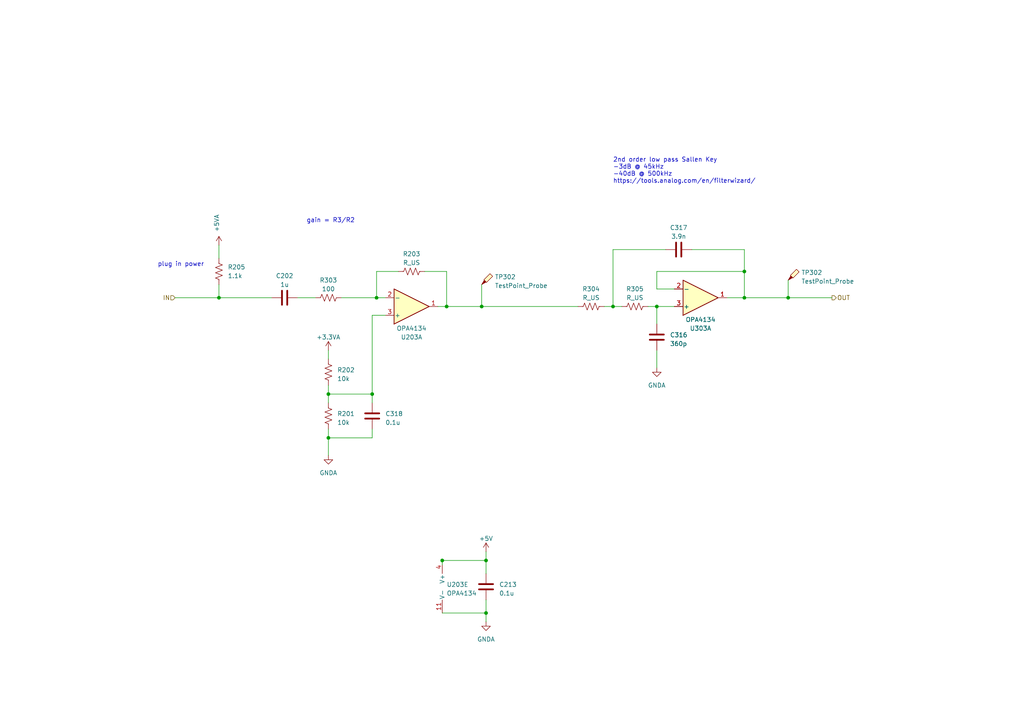
<source format=kicad_sch>
(kicad_sch (version 20230121) (generator eeschema)
  (paper "A4")
  (lib_symbols
    (symbol "Amplifier_Operational:OPA4134" (pin_names (offset 0.127))
      (property "Reference" "U" (at 0 5.08 0))
      (property "Value" "OPA4134" (at 0 -5.08 0))
      (symbol "OPA4134_1_1"
        (polyline (pts (xy -5.08 5.08) (xy 5.08 0) (xy -5.08 -5.08) (xy -5.08 5.08)) (stroke (width 0.254)) (fill (type background)))
        (pin output line (at 7.62 0 180) (length 2.54) (name "~") (number "1"))
        (pin input line (at -7.62 -2.54 0) (length 2.54) (name "-") (number "2"))
        (pin input line (at -7.62 2.54 0) (length 2.54) (name "+") (number "3"))
      )
      (symbol "OPA4134_2_1"
        (polyline (pts (xy -5.08 5.08) (xy 5.08 0) (xy -5.08 -5.08) (xy -5.08 5.08)) (stroke (width 0.254)) (fill (type background)))
        (pin input line (at -7.62 2.54 0) (length 2.54) (name "+") (number "5"))
        (pin input line (at -7.62 -2.54 0) (length 2.54) (name "-") (number "6"))
        (pin output line (at 7.62 0 180) (length 2.54) (name "~") (number "7"))
      )
      (symbol "OPA4134_3_1"
        (polyline (pts (xy -5.08 5.08) (xy 5.08 0) (xy -5.08 -5.08) (xy -5.08 5.08)) (stroke (width 0.254)) (fill (type background)))
        (pin input line (at -7.62 2.54 0) (length 2.54) (name "+") (number "10"))
        (pin output line (at 7.62 0 180) (length 2.54) (name "~") (number "8"))
        (pin input line (at -7.62 -2.54 0) (length 2.54) (name "-") (number "9"))
      )
      (symbol "OPA4134_4_1"
        (polyline (pts (xy -5.08 5.08) (xy 5.08 0) (xy -5.08 -5.08) (xy -5.08 5.08)) (stroke (width 0.254)) (fill (type background)))
        (pin input line (at -7.62 2.54 0) (length 2.54) (name "+") (number "12"))
        (pin input line (at -7.62 -2.54 0) (length 2.54) (name "-") (number "13"))
        (pin output line (at 7.62 0 180) (length 2.54) (name "~") (number "14"))
      )
      (symbol "OPA4134_5_1"
        (pin power_in line (at -2.54 -7.62 90) (length 3.81) (name "V-") (number "11"))
        (pin power_in line (at -2.54 7.62 270) (length 3.81) (name "V+") (number "4"))
      )
    )
    (symbol "Connector:TestPoint_Probe" (pin_numbers hide) (pin_names (offset 0.762) hide)
      (property "Reference" "TP" (at 1.651 5.842 0))
      (property "Value" "TestPoint_Probe" (at 1.651 4.064 0))
      (symbol "TestPoint_Probe_0_1"
        (polyline (pts (xy 1.27 0.762) (xy 0 0) (xy 0.762 1.27) (xy 1.27 0.762)) (fill (type outline)))
        (polyline (pts (xy 1.397 0.635) (xy 0.635 1.397) (xy 2.413 3.175) (xy 3.175 2.413) (xy 1.397 0.635)) (fill (type background)))
      )
      (symbol "TestPoint_Probe_1_1"
        (pin passive line (at 0 0 90) (length 0) (name "1") (number "1"))
      )
    )
    (symbol "Device:C" (pin_numbers hide) (pin_names (offset 0.254))
      (property "Reference" "C" (at 0.635 2.54 0))
      (property "Value" "C" (at 0.635 -2.54 0))
      (symbol "C_0_1"
        (polyline (pts (xy -2.032 -0.762) (xy 2.032 -0.762)) (stroke (width 0.508)))
        (polyline (pts (xy -2.032 0.762) (xy 2.032 0.762)) (stroke (width 0.508)))
      )
      (symbol "C_1_1"
        (pin passive line (at 0 3.81 270) (length 2.794) (name "~") (number "1"))
        (pin passive line (at 0 -3.81 90) (length 2.794) (name "~") (number "2"))
      )
    )
    (symbol "Device:R_US" (pin_numbers hide) (pin_names (offset 0))
      (property "Reference" "R" (at 2.54 0 90))
      (property "Value" "R_US" (at -2.54 0 90))
      (symbol "R_US_0_1"
        (polyline (pts (xy 0 -2.286) (xy 0 -2.54)))
        (polyline (pts (xy 0 2.286) (xy 0 2.54)))
        (polyline (pts (xy 0 -0.762) (xy 1.016 -1.143) (xy 0 -1.524) (xy -1.016 -1.905) (xy 0 -2.286)))
        (polyline (pts (xy 0 0.762) (xy 1.016 0.381) (xy 0 0) (xy -1.016 -0.381) (xy 0 -0.762)))
        (polyline (pts (xy 0 2.286) (xy 1.016 1.905) (xy 0 1.524) (xy -1.016 1.143) (xy 0 0.762)))
      )
      (symbol "R_US_1_1"
        (pin passive line (at 0 3.81 270) (length 1.27) (name "~") (number "1"))
        (pin passive line (at 0 -3.81 90) (length 1.27) (name "~") (number "2"))
      )
    )
    (symbol "power:+3.3VA" (power) (pin_names (offset 0))
      (property "Value" "+3.3VA" (at 0 3.556 0))
      (symbol "+3.3VA_0_1"
        (polyline (pts (xy -0.762 1.27) (xy 0 2.54)))
        (polyline (pts (xy 0 0) (xy 0 2.54)))
        (polyline (pts (xy 0 2.54) (xy 0.762 1.27)))
      )
      (symbol "+3.3VA_1_1"
        (pin power_in line (at 0 0 90) (length 0) hide (name "+3.3VA") (number "1"))
      )
    )
    (symbol "power:+5V" (power) (pin_names (offset 0))
      (property "Value" "+5V" (at 0 3.556 0))
      (symbol "+5V_0_1"
        (polyline (pts (xy -0.762 1.27) (xy 0 2.54)))
        (polyline (pts (xy 0 0) (xy 0 2.54)))
        (polyline (pts (xy 0 2.54) (xy 0.762 1.27)))
      )
      (symbol "+5V_1_1"
        (pin power_in line (at 0 0 90) (length 0) hide (name "+5V") (number "1"))
      )
    )
    (symbol "power:+5VA" (power) (pin_names (offset 0))
      (property "Value" "+5VA" (at 0 3.556 0))
      (symbol "+5VA_0_1"
        (polyline (pts (xy -0.762 1.27) (xy 0 2.54)))
        (polyline (pts (xy 0 0) (xy 0 2.54)))
        (polyline (pts (xy 0 2.54) (xy 0.762 1.27)))
      )
      (symbol "+5VA_1_1"
        (pin power_in line (at 0 0 90) (length 0) hide (name "+5VA") (number "1"))
      )
    )
    (symbol "power:GNDA" (power) (pin_names (offset 0))
      (property "Value" "GNDA" (at 0 -3.81 0))
      (symbol "GNDA_0_1"
        (polyline (pts (xy 0 0) (xy 0 -1.27) (xy 1.27 -1.27) (xy 0 -2.54) (xy -1.27 -1.27) (xy 0 -1.27)))
      )
      (symbol "GNDA_1_1"
        (pin power_in line (at 0 0 270) (length 0) hide (name "GNDA") (number "1"))
      )
    )
  )
  (junction (at 95.25 114.3))
  (junction (at 109.22 86.36))
  (junction (at 140.97 177.8))
  (junction (at 190.5 88.9))
  (junction (at 215.9 86.36))
  (junction (at 215.9 78.74))
  (junction (at 140.97 162.56))
  (junction (at 129.54 88.9))
  (junction (at 95.25 127))
  (junction (at 177.8 88.9))
  (junction (at 107.95 114.3))
  (junction (at 63.5 86.36))
  (junction (at 128.27 162.56))
  (junction (at 139.7 88.9))
  (junction (at 228.6 86.36))
  (wire (pts (xy 107.95 91.44) (xy 107.95 114.3)))
  (wire (pts (xy 109.22 78.74) (xy 115.57 78.74)))
  (wire (pts (xy 128.27 162.56) (xy 140.97 162.56)))
  (wire (pts (xy 190.5 101.6) (xy 190.5 106.68)))
  (wire (pts (xy 78.74 86.36) (xy 63.5 86.36)))
  (wire (pts (xy 95.25 127) (xy 95.25 132.08)))
  (wire (pts (xy 228.6 86.36) (xy 215.9 86.36)))
  (wire (pts (xy 175.26 88.9) (xy 177.8 88.9)))
  (wire (pts (xy 177.8 88.9) (xy 180.34 88.9)))
  (wire (pts (xy 140.97 162.56) (xy 140.97 166.37)))
  (wire (pts (xy 107.95 114.3) (xy 95.25 114.3)))
  (wire (pts (xy 95.25 111.76) (xy 95.25 114.3)))
  (wire (pts (xy 95.25 101.6) (xy 95.25 104.14)))
  (wire (pts (xy 111.76 91.44) (xy 107.95 91.44)))
  (wire (pts (xy 95.25 124.46) (xy 95.25 127)))
  (wire (pts (xy 128.27 177.8) (xy 140.97 177.8)))
  (wire (pts (xy 190.5 88.9) (xy 195.58 88.9)))
  (wire (pts (xy 95.25 114.3) (xy 95.25 116.84)))
  (wire (pts (xy 50.8 86.36) (xy 63.5 86.36)))
  (wire (pts (xy 215.9 72.39) (xy 215.9 78.74)))
  (wire (pts (xy 107.95 127) (xy 95.25 127)))
  (wire (pts (xy 129.54 88.9) (xy 127 88.9)))
  (wire (pts (xy 129.54 78.74) (xy 129.54 88.9)))
  (wire (pts (xy 109.22 86.36) (xy 109.22 78.74)))
  (wire (pts (xy 107.95 114.3) (xy 107.95 116.84)))
  (wire (pts (xy 123.19 78.74) (xy 129.54 78.74)))
  (wire (pts (xy 210.82 86.36) (xy 215.9 86.36)))
  (wire (pts (xy 190.5 78.74) (xy 215.9 78.74)))
  (wire (pts (xy 139.7 88.9) (xy 167.64 88.9)))
  (wire (pts (xy 215.9 78.74) (xy 215.9 86.36)))
  (wire (pts (xy 177.8 88.9) (xy 177.8 72.39)))
  (wire (pts (xy 86.36 86.36) (xy 91.44 86.36)))
  (wire (pts (xy 228.6 81.28) (xy 228.6 86.36)))
  (wire (pts (xy 99.06 86.36) (xy 109.22 86.36)))
  (wire (pts (xy 111.76 86.36) (xy 109.22 86.36)))
  (wire (pts (xy 128.27 162.56) (xy 128.27 163.83)))
  (wire (pts (xy 140.97 160.02) (xy 140.97 162.56)))
  (wire (pts (xy 139.7 82.55) (xy 139.7 88.9)))
  (wire (pts (xy 190.5 83.82) (xy 190.5 78.74)))
  (wire (pts (xy 107.95 124.46) (xy 107.95 127)))
  (wire (pts (xy 187.96 88.9) (xy 190.5 88.9)))
  (wire (pts (xy 190.5 88.9) (xy 190.5 93.98)))
  (wire (pts (xy 177.8 72.39) (xy 193.04 72.39)))
  (wire (pts (xy 200.66 72.39) (xy 215.9 72.39)))
  (wire (pts (xy 195.58 83.82) (xy 190.5 83.82)))
  (wire (pts (xy 63.5 71.12) (xy 63.5 74.93)))
  (wire (pts (xy 140.97 177.8) (xy 140.97 180.34)))
  (wire (pts (xy 129.54 88.9) (xy 139.7 88.9)))
  (wire (pts (xy 63.5 82.55) (xy 63.5 86.36)))
  (wire (pts (xy 228.6 86.36) (xy 241.3 86.36)))
  (wire (pts (xy 140.97 173.99) (xy 140.97 177.8)))
  (text "2nd order low pass Sallen Key\n-3dB @ 45kHz\n-40dB @ 500kHz\nhttps://tools.analog.com/en/filterwizard/" (at 177.8 53.34 0) (effects (font (size 1.27 1.27)) (justify left bottom)))
  (text "gain = R3/R2" (at 88.9 64.77 0) (effects (font (size 1.27 1.27)) (justify left bottom)))
  (text "plug in power" (at 45.72 77.47 0) (effects (font (size 1.27 1.27)) (justify left bottom)))
  (hierarchical_label "IN" (shape input) (at 50.8 86.36 180))
  (hierarchical_label "OUT" (shape output) (at 241.3 86.36 0))
  (symbol (lib_id "power:GNDA") (at 95.25 132.08 0) (unit 1)
    (property "Reference" "#PWR0205" (effects hide))
    (property "Value" "GNDA" (at 95.25 137.16 0))
  )
  (symbol (lib_id "power:+5VA") (at 63.5 71.12 0) (unit 1)
    (property "Reference" "#PWR0206" (effects hide))
    (property "Value" "+5VA" (at 62.865 67.31 90) (effects (justify left)))
  )
  (symbol (lib_id "Device:C") (at 190.5 97.79 180) (unit 1)
    (property "Reference" "C316" (at 194.31 97.155 0) (effects (justify right)))
    (property "Value" "360p" (at 194.31 99.695 0) (effects (justify right)))
  )
  (symbol (lib_id "power:GNDA") (at 140.97 180.34 0) (unit 1)
    (property "Reference" "#PWR0210" (effects hide))
    (property "Value" "GNDA" (at 140.97 185.42 0))
  )
  (symbol (lib_id "power:+5V") (at 140.97 160.02 0) (unit 1)
    (property "Reference" "#PWR0209" (effects hide))
    (property "Value" "+5V" (at 140.97 156.21 0))
  )
  (symbol (lib_id "Device:R_US") (at 95.25 86.36 90) (unit 1)
    (property "Reference" "R303" (at 95.25 81.28 90))
    (property "Value" "100" (at 95.25 83.82 90))
  )
  (symbol (lib_id "power:+3.3VA") (at 95.25 101.6 0) (unit 1)
    (property "Reference" "#PWR0303" (effects hide))
    (property "Value" "+3.3VA" (at 95.25 97.79 0))
    (instances (project "hydrophone board" (path "" (reference "#PWR0303") (unit 1)) (path "" (reference "#PWR0305") (unit 1))))
  )
  (symbol (lib_id "Device:C") (at 196.85 72.39 270) (unit 1)
    (property "Reference" "C317" (at 196.85 66.04 90))
    (property "Value" "3.9n" (at 196.85 68.58 90))
  )
  (symbol (lib_id "Device:R_US") (at 95.25 107.95 0) (unit 1)
    (property "Reference" "R202" (at 97.79 107.315 0) (effects (justify left)))
    (property "Value" "10k" (at 97.79 109.855 0) (effects (justify left)))
  )
  (symbol (lib_id "Device:R_US") (at 119.38 78.74 90) (unit 1)
    (property "Reference" "R203" (at 119.38 73.66 90))
    (property "Value" "R_US" (at 119.38 76.2 90))
  )
  (symbol (lib_id "Device:C") (at 82.55 86.36 90) (unit 1)
    (property "Reference" "C202" (at 82.55 80.01 90))
    (property "Value" "1u" (at 82.55 82.55 90))
  )
  (symbol (lib_id "Amplifier_Operational:OPA4134") (at 203.2 86.36 0) (mirror x) (unit 1)
    (property "Reference" "U303" (at 203.2 95.25 0))
    (property "Value" "OPA4134" (at 203.2 92.71 0))
    (property "Datasheet" "http://www.ti.com/lit/ds/symlink/opa134.pdf" (effects hide))
  )
  (symbol (lib_id "Amplifier_Operational:OPA4134") (at 119.38 88.9 0) (mirror x) (unit 1)
    (property "Reference" "U203" (at 119.38 97.79 0))
    (property "Value" "OPA4134" (at 119.38 95.25 0))
    (property "Datasheet" "http://www.ti.com/lit/ds/symlink/opa134.pdf" (effects hide))
  )
  (symbol (lib_id "Device:C") (at 107.95 120.65 180) (unit 1)
    (property "Reference" "C318" (at 111.76 120.015 0) (effects (justify right)))
    (property "Value" "0.1u" (at 111.76 122.555 0) (effects (justify right)))
  )
  (symbol (lib_id "Device:C") (at 140.97 170.18 180) (unit 1)
    (property "Reference" "C213" (at 144.78 169.545 0) (effects (justify right)))
    (property "Value" "0.1u" (at 144.78 172.085 0) (effects (justify right)))
  )
  (symbol (lib_id "Amplifier_Operational:OPA4134") (at 130.81 170.18 0) (unit 5)
    (property "Reference" "U203" (at 129.54 169.545 0) (effects (justify left)))
    (property "Value" "OPA4134" (at 129.54 172.085 0) (effects (justify left)))
    (property "Datasheet" "http://www.ti.com/lit/ds/symlink/opa134.pdf" (effects hide))
  )
  (symbol (lib_id "power:GNDA") (at 190.5 106.68 0) (unit 1)
    (property "Reference" "#PWR0311" (effects hide))
    (property "Value" "GNDA" (at 190.5 111.76 0))
  )
  (symbol (lib_id "Device:R_US") (at 171.45 88.9 90) (unit 1)
    (property "Reference" "R304" (at 171.45 83.82 90))
    (property "Value" "R_US" (at 171.45 86.36 90))
  )
  (symbol (lib_id "Connector:TestPoint_Probe") (at 228.6 81.28 0) (unit 1)
    (property "Reference" "TP302" (at 232.41 79.0575 0) (effects (justify left)))
    (property "Value" "TestPoint_Probe" (at 232.41 81.5975 0) (effects (justify left)))
    (instances (project "hydrophone board" (path "" (reference "TP302") (unit 1)) (path "" (reference "TP306") (unit 1))))
  )
  (symbol (lib_id "Connector:TestPoint_Probe") (at 139.7 82.55 0) (unit 1)
    (property "Reference" "TP302" (at 143.51 80.3275 0) (effects (justify left)))
    (property "Value" "TestPoint_Probe" (at 143.51 82.8675 0) (effects (justify left)))
    (instances (project "hydrophone board" (path "" (reference "TP302") (unit 1)) (path "" (reference "TP305") (unit 1))))
  )
  (symbol (lib_id "Device:R_US") (at 184.15 88.9 90) (unit 1)
    (property "Reference" "R305" (at 184.15 83.82 90))
    (property "Value" "R_US" (at 184.15 86.36 90))
  )
  (symbol (lib_id "Device:R_US") (at 63.5 78.74 180) (unit 1)
    (property "Reference" "R205" (at 66.04 77.47 0) (effects (justify right)))
    (property "Value" "1.1k" (at 66.04 80.01 0) (effects (justify right)))
  )
  (symbol (lib_id "Device:R_US") (at 95.25 120.65 0) (unit 1)
    (property "Reference" "R201" (at 97.79 120.015 0) (effects (justify left)))
    (property "Value" "10k" (at 97.79 122.555 0) (effects (justify left)))
  )
)
</source>
